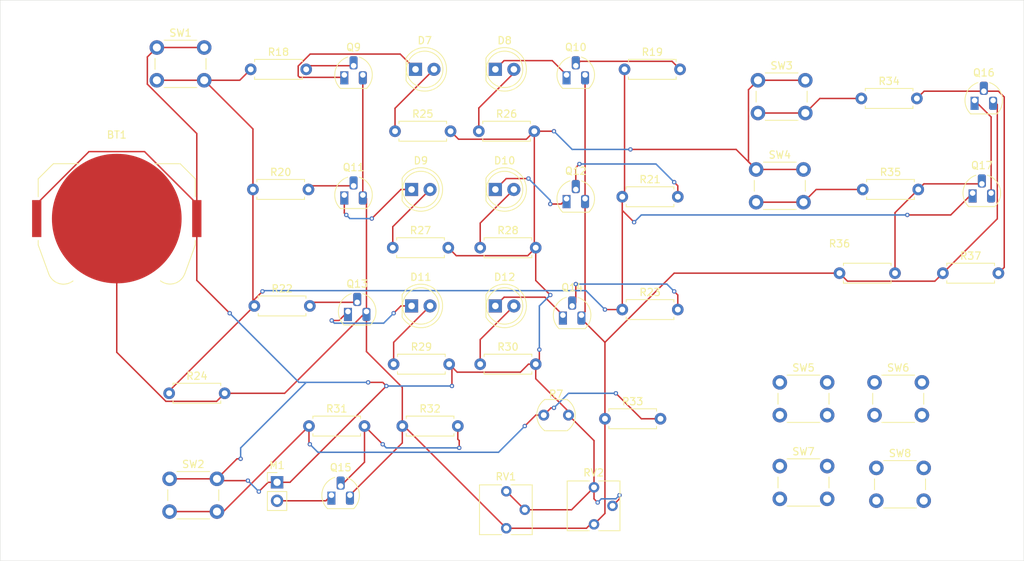
<source format=kicad_pcb>
(kicad_pcb (version 20240108) (generator "pcbnew") (generator_version "8.0")
  (layers (0 "F.Cu" signal) (31 "B.Cu" signal) (34 "B.Paste" user) (35 "F.Paste" user) (36 "B.SilkS" user "B.Silkscreen") (37 "F.SilkS" user "F.Silkscreen") (38 "B.Mask" user) (39 "F.Mask" user) (44 "Edge.Cuts" user))
  (net 0 "")
  (net 1 "Net-(D7-K)")
  (net 2 "Net-(D7-A)")
  (net 3 "Net-(D8-A)")
  (net 4 "Net-(D8-K)")
  (net 5 "Net-(D9-A)")
  (net 6 "Net-(D9-K)")
  (net 7 "Net-(D10-K)")
  (net 8 "Net-(D10-A)")
  (net 9 "Net-(D11-A)")
  (net 10 "Net-(D11-K)")
  (net 11 "Net-(D12-A)")
  (net 12 "Net-(D12-K)")
  (net 13 "Net-(M1--)")
  (net 14 "+5V")
  (net 15 "GND")
  (net 16 "Net-(Q9-B)")
  (net 17 "Net-(Q10-B)")
  (net 18 "Net-(Q11-B)")
  (net 19 "Net-(Q12-B)")
  (net 20 "Net-(Q13-B)")
  (net 21 "Net-(Q14-B)")
  (net 22 "Net-(Q15-B)")
  (net 23 "Net-(Q16-B)")
  (net 24 "Net-(Q16-C)")
  (net 25 "Net-(Q17-C)")
  (net 26 "Net-(Q17-B)")
  (net 27 "Net-(R31-Pad1)")
  (net 28 "Net-(R34-Pad1)")
  (net 29 "Net-(R35-Pad1)")
  (footprint "Button_Switch_THT:SW_PUSH_6mm" (layer "F.Cu") (at 121.5 64)
    (property "Reference" "SW3" (at 3.25 -2 0) (layer "F.SilkS"))
    (property "Value" "SW_Push")
    (pad "1" thru_hole circle (at 0 0 90) (size 2 2) (drill 1.1) (layers "*.Cu" "*.Mask") (net 14 "+5V"))
    (pad "1" thru_hole circle (at 6.5 0 90) (size 2 2) (drill 1.1) (layers "*.Cu" "*.Mask") (net 14 "+5V"))
    (pad "2" thru_hole circle (at 0 4.5 90) (size 2 2) (drill 1.1) (layers "*.Cu" "*.Mask") (net 28 "Net-(R34-Pad1)"))
    (pad "2" thru_hole circle (at 6.5 4.5 90) (size 2 2) (drill 1.1) (layers "*.Cu" "*.Mask") (net 28 "Net-(R34-Pad1)"))
  )
  (footprint "Resistor_THT:R_Axial_DIN0207_L6.3mm_D2.5mm_P7.62mm_Horizontal" (layer "F.Cu") (at 59.88 111.5)
    (property "Reference" "R31" (at 3.81 -2.37 0) (layer "F.SilkS"))
    (property "Value" "R")
    (pad "1" thru_hole circle (at 0 0) (size 1.6 1.6) (drill 0.8) (layers "*.Cu" "*.Mask") (net 27 "Net-(R31-Pad1)"))
    (pad "2" thru_hole oval (at 7.62 0) (size 1.6 1.6) (drill 0.8) (layers "*.Cu" "*.Mask") (net 22 "Net-(Q15-B)"))
  )
  (footprint "Package_TO_SOT_THT:TO-92L_HandSolder" (layer "F.Cu") (at 62.96 121)
    (property "Reference" "Q15" (at 1.27 -3.8 0) (layer "F.SilkS"))
    (property "Value" "NPN")
    (pad "1" thru_hole rect (at 0 0) (size 1.1 1.8) (drill 0.75 (offset 0 0.4)) (layers "*.Cu" "*.Mask") (net 13 "Net-(M1--)"))
    (pad "2" thru_hole roundrect (at 1.27 -1.27) (size 1.1 1.8) (drill 0.75 (offset 0 -0.4)) (layers "*.Cu" "*.Mask") (net 22 "Net-(Q15-B)"))
    (pad "3" thru_hole roundrect (at 2.54 0) (size 1.1 1.8) (drill 0.75 (offset 0 0.4)) (layers "*.Cu" "*.Mask") (net 15 "GND"))
  )
  (footprint "Resistor_THT:R_Axial_DIN0207_L6.3mm_D2.5mm_P7.62mm_Horizontal" (layer "F.Cu") (at 52.19 79)
    (property "Reference" "R20" (at 3.81 -2.37 0) (layer "F.SilkS"))
    (property "Value" "R")
    (pad "1" thru_hole circle (at 0 0) (size 1.6 1.6) (drill 0.8) (layers "*.Cu" "*.Mask") (net 25 "Net-(Q17-C)"))
    (pad "2" thru_hole oval (at 7.62 0) (size 1.6 1.6) (drill 0.8) (layers "*.Cu" "*.Mask") (net 18 "Net-(Q11-B)"))
  )
  (footprint "Resistor_THT:R_Axial_DIN0207_L6.3mm_D2.5mm_P7.62mm_Horizontal" (layer "F.Cu") (at 71.69 71)
    (property "Reference" "R25" (at 3.81 -2.37 0) (layer "F.SilkS"))
    (property "Value" "R")
    (pad "1" thru_hole circle (at 0 0) (size 1.6 1.6) (drill 0.8) (layers "*.Cu" "*.Mask") (net 2 "Net-(D7-A)"))
    (pad "2" thru_hole oval (at 7.62 0) (size 1.6 1.6) (drill 0.8) (layers "*.Cu" "*.Mask") (net 14 "+5V"))
  )
  (footprint "Resistor_THT:R_Axial_DIN0207_L6.3mm_D2.5mm_P7.62mm_Horizontal" (layer "F.Cu") (at 71.38 87)
    (property "Reference" "R27" (at 3.81 -2.37 0) (layer "F.SilkS"))
    (property "Value" "R")
    (pad "1" thru_hole circle (at 0 0) (size 1.6 1.6) (drill 0.8) (layers "*.Cu" "*.Mask") (net 5 "Net-(D9-A)"))
    (pad "2" thru_hole oval (at 7.62 0) (size 1.6 1.6) (drill 0.8) (layers "*.Cu" "*.Mask") (net 14 "+5V"))
  )
  (footprint "Resistor_THT:R_Axial_DIN0207_L6.3mm_D2.5mm_P7.62mm_Horizontal" (layer "F.Cu") (at 102.88 80)
    (property "Reference" "R21" (at 3.81 -2.37 0) (layer "F.SilkS"))
    (property "Value" "R")
    (pad "1" thru_hole circle (at 0 0) (size 1.6 1.6) (drill 0.8) (layers "*.Cu" "*.Mask") (net 25 "Net-(Q17-C)"))
    (pad "2" thru_hole oval (at 7.62 0) (size 1.6 1.6) (drill 0.8) (layers "*.Cu" "*.Mask") (net 19 "Net-(Q12-B)"))
  )
  (footprint "Button_Switch_THT:SW_PUSH_6mm" (layer "F.Cu") (at 121.25 76.25)
    (property "Reference" "SW4" (at 3.25 -2 0) (layer "F.SilkS"))
    (property "Value" "SW_Push")
    (pad "1" thru_hole circle (at 0 0 90) (size 2 2) (drill 1.1) (layers "*.Cu" "*.Mask") (net 14 "+5V"))
    (pad "1" thru_hole circle (at 6.5 0 90) (size 2 2) (drill 1.1) (layers "*.Cu" "*.Mask") (net 14 "+5V"))
    (pad "2" thru_hole circle (at 0 4.5 90) (size 2 2) (drill 1.1) (layers "*.Cu" "*.Mask") (net 29 "Net-(R35-Pad1)"))
    (pad "2" thru_hole circle (at 6.5 4.5 90) (size 2 2) (drill 1.1) (layers "*.Cu" "*.Mask") (net 29 "Net-(R35-Pad1)"))
  )
  (footprint "Resistor_THT:R_Axial_DIN0207_L6.3mm_D2.5mm_P7.62mm_Horizontal" (layer "F.Cu") (at 72.69 111.5)
    (property "Reference" "R32" (at 3.81 -2.37 0) (layer "F.SilkS"))
    (property "Value" "R")
    (pad "1" thru_hole circle (at 0 0) (size 1.6 1.6) (drill 0.8) (layers "*.Cu" "*.Mask") (net 15 "GND"))
    (pad "2" thru_hole oval (at 7.62 0) (size 1.6 1.6) (drill 0.8) (layers "*.Cu" "*.Mask") (net 22 "Net-(Q15-B)"))
  )
  (footprint "LED_THT:LED_D5.0mm" (layer "F.Cu") (at 73.96 95)
    (property "Reference" "D11" (at 1.27 -3.96 0) (layer "F.SilkS"))
    (property "Value" "LED")
    (pad "1" thru_hole rect (at 0 0) (size 1.8 1.8) (drill 0.9) (layers "*.Cu" "*.Mask") (net 10 "Net-(D11-K)"))
    (pad "2" thru_hole circle (at 2.54 0) (size 1.8 1.8) (drill 0.9) (layers "*.Cu" "*.Mask") (net 9 "Net-(D11-A)"))
  )
  (footprint "Resistor_THT:R_Axial_DIN0207_L6.3mm_D2.5mm_P7.62mm_Horizontal" (layer "F.Cu") (at 52.38 95)
    (property "Reference" "R22" (at 3.81 -2.37 0) (layer "F.SilkS"))
    (property "Value" "R")
    (pad "1" thru_hole circle (at 0 0) (size 1.6 1.6) (drill 0.8) (layers "*.Cu" "*.Mask") (net 25 "Net-(Q17-C)"))
    (pad "2" thru_hole oval (at 7.62 0) (size 1.6 1.6) (drill 0.8) (layers "*.Cu" "*.Mask") (net 20 "Net-(Q13-B)"))
  )
  (footprint "Package_TO_SOT_THT:TO-92L_HandSolder" (layer "F.Cu") (at 95.23 80.27)
    (property "Reference" "Q12" (at 1.27 -3.8 0) (layer "F.SilkS"))
    (property "Value" "NPN")
    (pad "1" thru_hole rect (at 0 0) (size 1.1 1.8) (drill 0.75 (offset 0 0.4)) (layers "*.Cu" "*.Mask") (net 7 "Net-(D10-K)"))
    (pad "2" thru_hole roundrect (at 1.27 -1.27) (size 1.1 1.8) (drill 0.75 (offset 0 -0.4)) (layers "*.Cu" "*.Mask") (net 19 "Net-(Q12-B)"))
    (pad "3" thru_hole roundrect (at 2.54 0) (size 1.1 1.8) (drill 0.75 (offset 0 0.4)) (layers "*.Cu" "*.Mask") (net 15 "GND"))
  )
  (footprint "Button_Switch_THT:SW_PUSH_6mm" (layer "F.Cu") (at 124.5 105.5)
    (property "Reference" "SW5" (at 3.25 -2 0) (layer "F.SilkS"))
    (property "Value" "SW_Push")
    (pad "1" thru_hole circle (at 0 0 90) (size 2 2) (drill 1.1) (layers "*.Cu" "*.Mask"))
    (pad "1" thru_hole circle (at 6.5 0 90) (size 2 2) (drill 1.1) (layers "*.Cu" "*.Mask"))
    (pad "2" thru_hole circle (at 0 4.5 90) (size 2 2) (drill 1.1) (layers "*.Cu" "*.Mask"))
    (pad "2" thru_hole circle (at 6.5 4.5 90) (size 2 2) (drill 1.1) (layers "*.Cu" "*.Mask"))
  )
  (footprint "Resistor_THT:R_Axial_DIN0207_L6.3mm_D2.5mm_P7.62mm_Horizontal" (layer "F.Cu") (at 146.88 90.5)
    (property "Reference" "R37" (at 3.81 -2.37 0) (layer "F.SilkS"))
    (property "Value" "R")
    (pad "1" thru_hole circle (at 0 0) (size 1.6 1.6) (drill 0.8) (layers "*.Cu" "*.Mask") (net 15 "GND"))
    (pad "2" thru_hole oval (at 7.62 0) (size 1.6 1.6) (drill 0.8) (layers "*.Cu" "*.Mask") (net 23 "Net-(Q16-B)"))
  )
  (footprint "Package_TO_SOT_THT:TO-92L_HandSolder" (layer "F.Cu") (at 150.96 79.5)
    (property "Reference" "Q17" (at 1.27 -3.8 0) (layer "F.SilkS"))
    (property "Value" "NPN")
    (pad "1" thru_hole rect (at 0 0) (size 1.1 1.8) (drill 0.75 (offset 0 0.4)) (layers "*.Cu" "*.Mask") (net 25 "Net-(Q17-C)"))
    (pad "2" thru_hole roundrect (at 1.27 -1.27) (size 1.1 1.8) (drill 0.75 (offset 0 -0.4)) (layers "*.Cu" "*.Mask") (net 26 "Net-(Q17-B)"))
    (pad "3" thru_hole roundrect (at 2.54 0) (size 1.1 1.8) (drill 0.75 (offset 0 0.4)) (layers "*.Cu" "*.Mask") (net 24 "Net-(Q16-C)"))
  )
  (footprint "Package_TO_SOT_THT:TO-92L_HandSolder" (layer "F.Cu") (at 64.73 63.27)
    (property "Reference" "Q9" (at 1.27 -3.8 0) (layer "F.SilkS"))
    (property "Value" "NPN")
    (pad "1" thru_hole rect (at 0 0) (size 1.1 1.8) (drill 0.75 (offset 0 0.4)) (layers "*.Cu" "*.Mask") (net 1 "Net-(D7-K)"))
    (pad "2" thru_hole roundrect (at 1.27 -1.27) (size 1.1 1.8) (drill 0.75 (offset 0 -0.4)) (layers "*.Cu" "*.Mask") (net 16 "Net-(Q9-B)"))
    (pad "3" thru_hole roundrect (at 2.54 0) (size 1.1 1.8) (drill 0.75 (offset 0 0.4)) (layers "*.Cu" "*.Mask") (net 15 "GND"))
  )
  (footprint "Resistor_THT:R_Axial_DIN0207_L6.3mm_D2.5mm_P7.62mm_Horizontal" (layer "F.Cu") (at 102.88 95.5)
    (property "Reference" "R23" (at 3.81 -2.37 0) (layer "F.SilkS"))
    (property "Value" "R")
    (pad "1" thru_hole circle (at 0 0) (size 1.6 1.6) (drill 0.8) (layers "*.Cu" "*.Mask") (net 25 "Net-(Q17-C)"))
    (pad "2" thru_hole oval (at 7.62 0) (size 1.6 1.6) (drill 0.8) (layers "*.Cu" "*.Mask") (net 21 "Net-(Q14-B)"))
  )
  (footprint "Resistor_THT:R_Axial_DIN0207_L6.3mm_D2.5mm_P7.62mm_Horizontal" (layer "F.Cu") (at 83.38 87)
    (property "Reference" "R28" (at 3.81 -2.37 0) (layer "F.SilkS"))
    (property "Value" "R")
    (pad "1" thru_hole circle (at 0 0) (size 1.6 1.6) (drill 0.8) (layers "*.Cu" "*.Mask") (net 8 "Net-(D10-A)"))
    (pad "2" thru_hole oval (at 7.62 0) (size 1.6 1.6) (drill 0.8) (layers "*.Cu" "*.Mask") (net 14 "+5V"))
  )
  (footprint "Connector_PinHeader_2.54mm:PinHeader_1x02_P2.54mm_Vertical" (layer "F.Cu") (at 55.5 119.225)
    (property "Reference" "M1" (at 0 -2.33 0) (layer "F.SilkS"))
    (property "Value" "Motor_DC")
    (pad "1" thru_hole rect (at 0 0) (size 1.7 1.7) (drill 1) (layers "*.Cu" "*.Mask") (net 14 "+5V"))
    (pad "2" thru_hole oval (at 0 2.54) (size 1.7 1.7) (drill 1) (layers "*.Cu" "*.Mask") (net 13 "Net-(M1--)"))
  )
  (footprint "Battery:BatteryHolder_Keystone_3034_1x20mm" (layer "F.Cu") (at 33.5 83)
    (property "Reference" "BT1" (at 0 -11.5 0) (layer "F.SilkS"))
    (property "Value" "Battery_Cell")
    (pad "1" smd rect (at -10.985 0) (size 1.27 5.08) (layers "F.Cu" "F.Paste" "F.Mask") (net 14 "+5V"))
    (pad "1" smd rect (at 10.985 0) (size 1.27 5.08) (layers "F.Cu" "F.Paste" "F.Mask") (net 14 "+5V"))
    (pad "2" smd circle (at 0 0) (size 17.8 17.8) (layers "F.Cu" "F.Mask") (net 15 "GND"))
  )
  (footprint "Package_TO_SOT_THT:TO-92L_HandSolder" (layer "F.Cu") (at 64.73 79.77)
    (property "Reference" "Q11" (at 1.27 -3.8 0) (layer "F.SilkS"))
    (property "Value" "NPN")
    (pad "1" thru_hole rect (at 0 0) (size 1.1 1.8) (drill 0.75 (offset 0 0.4)) (layers "*.Cu" "*.Mask") (net 6 "Net-(D9-K)"))
    (pad "2" thru_hole roundrect (at 1.27 -1.27) (size 1.1 1.8) (drill 0.75 (offset 0 -0.4)) (layers "*.Cu" "*.Mask") (net 18 "Net-(Q11-B)"))
    (pad "3" thru_hole roundrect (at 2.54 0) (size 1.1 1.8) (drill 0.75 (offset 0 0.4)) (layers "*.Cu" "*.Mask") (net 15 "GND"))
  )
  (footprint "Button_Switch_THT:SW_PUSH_6mm" (layer "F.Cu") (at 40.75 118.75)
    (property "Reference" "SW2" (at 3.25 -2 0) (layer "F.SilkS"))
    (property "Value" "SW_Push")
    (pad "1" thru_hole circle (at 0 0 90) (size 2 2) (drill 1.1) (layers "*.Cu" "*.Mask") (net 14 "+5V"))
    (pad "1" thru_hole circle (at 6.5 0 90) (size 2 2) (drill 1.1) (layers "*.Cu" "*.Mask") (net 14 "+5V"))
    (pad "2" thru_hole circle (at 0 4.5 90) (size 2 2) (drill 1.1) (layers "*.Cu" "*.Mask") (net 27 "Net-(R31-Pad1)"))
    (pad "2" thru_hole circle (at 6.5 4.5 90) (size 2 2) (drill 1.1) (layers "*.Cu" "*.Mask") (net 27 "Net-(R31-Pad1)"))
  )
  (footprint "Resistor_THT:R_Axial_DIN0207_L6.3mm_D2.5mm_P7.62mm_Horizontal" (layer "F.Cu") (at 71.5 103)
    (property "Reference" "R29" (at 3.81 -2.37 0) (layer "F.SilkS"))
    (property "Value" "R")
    (pad "1" thru_hole circle (at 0 0) (size 1.6 1.6) (drill 0.8) (layers "*.Cu" "*.Mask") (net 9 "Net-(D11-A)"))
    (pad "2" thru_hole oval (at 7.62 0) (size 1.6 1.6) (drill 0.8) (layers "*.Cu" "*.Mask") (net 14 "+5V"))
  )
  (footprint "Resistor_THT:R_Axial_DIN0207_L6.3mm_D2.5mm_P7.62mm_Horizontal" (layer "F.Cu") (at 103.19 62.5)
    (property "Reference" "R19" (at 3.81 -2.37 0) (layer "F.SilkS"))
    (property "Value" "R")
    (pad "1" thru_hole circle (at 0 0) (size 1.6 1.6) (drill 0.8) (layers "*.Cu" "*.Mask") (net 25 "Net-(Q17-C)"))
    (pad "2" thru_hole oval (at 7.62 0) (size 1.6 1.6) (drill 0.8) (layers "*.Cu" "*.Mask") (net 17 "Net-(Q10-B)"))
  )
  (footprint "Button_Switch_THT:SW_PUSH_6mm" (layer "F.Cu") (at 137.75 117.25)
    (property "Reference" "SW8" (at 3.25 -2 0) (layer "F.SilkS"))
    (property "Value" "SW_Push")
    (pad "1" thru_hole circle (at 0 0 90) (size 2 2) (drill 1.1) (layers "*.Cu" "*.Mask"))
    (pad "1" thru_hole circle (at 6.5 0 90) (size 2 2) (drill 1.1) (layers "*.Cu" "*.Mask"))
    (pad "2" thru_hole circle (at 0 4.5 90) (size 2 2) (drill 1.1) (layers "*.Cu" "*.Mask"))
    (pad "2" thru_hole circle (at 6.5 4.5 90) (size 2 2) (drill 1.1) (layers "*.Cu" "*.Mask"))
  )
  (footprint "Resistor_THT:R_Axial_DIN0207_L6.3mm_D2.5mm_P7.62mm_Horizontal" (layer "F.Cu") (at 51.88 62.5)
    (property "Reference" "R18" (at 3.81 -2.37 0) (layer "F.SilkS"))
    (property "Value" "R")
    (pad "1" thru_hole circle (at 0 0) (size 1.6 1.6) (drill 0.8) (layers "*.Cu" "*.Mask") (net 25 "Net-(Q17-C)"))
    (pad "2" thru_hole oval (at 7.62 0) (size 1.6 1.6) (drill 0.8) (layers "*.Cu" "*.Mask") (net 16 "Net-(Q9-B)"))
  )
  (footprint "Potentiometer_THT:Potentiometer_Vishay_T73YP_Vertical" (layer "F.Cu") (at 99 125)
    (property "Reference" "RV2" (at -0.06 -7.09 0) (layer "F.SilkS"))
    (property "Value" "R_Potentiometer")
    (pad "1" thru_hole circle (at 0 0) (size 1.44 1.44) (drill 0.8) (layers "*.Cu" "*.Mask") (net 15 "GND"))
    (pad "2" thru_hole circle (at 2.54 -2.54) (size 1.44 1.44) (drill 0.8) (layers "*.Cu" "*.Mask") (net 14 "+5V"))
    (pad "3" thru_hole circle (at 0 -5.08) (size 1.44 1.44) (drill 0.8) (layers "*.Cu" "*.Mask") (net 14 "+5V"))
  )
  (footprint "Resistor_THT:R_Axial_DIN0207_L6.3mm_D2.5mm_P7.62mm_Horizontal" (layer "F.Cu") (at 100.5 110.5)
    (property "Reference" "R33" (at 3.81 -2.37 0) (layer "F.SilkS"))
    (property "Value" "R")
    (pad "1" thru_hole circle (at 0 0) (size 1.6 1.6) (drill 0.8) (layers "*.Cu" "*.Mask") (net 15 "GND"))
    (pad "2" thru_hole oval (at 7.62 0) (size 1.6 1.6) (drill 0.8) (layers "*.Cu" "*.Mask") (net 27 "Net-(R31-Pad1)"))
  )
  (footprint "LED_THT:LED_D5.0mm" (layer "F.Cu") (at 85.46 79)
    (property "Reference" "D10" (at 1.27 -3.96 0) (layer "F.SilkS"))
    (property "Value" "LED")
    (pad "1" thru_hole rect (at 0 0) (size 1.8 1.8) (drill 0.9) (layers "*.Cu" "*.Mask") (net 7 "Net-(D10-K)"))
    (pad "2" thru_hole circle (at 2.54 0) (size 1.8 1.8) (drill 0.9) (layers "*.Cu" "*.Mask") (net 8 "Net-(D10-A)"))
  )
  (footprint "Package_TO_SOT_THT:TO-92L_HandSolder" (layer "F.Cu") (at 151.23 66.77)
    (property "Reference" "Q16" (at 1.27 -3.8 0) (layer "F.SilkS"))
    (property "Value" "NPN")
    (pad "1" thru_hole rect (at 0 0) (size 1.1 1.8) (drill 0.75 (offset 0 0.4)) (layers "*.Cu" "*.Mask") (net 24 "Net-(Q16-C)"))
    (pad "2" thru_hole roundrect (at 1.27 -1.27) (size 1.1 1.8) (drill 0.75 (offset 0 -0.4)) (layers "*.Cu" "*.Mask") (net 23 "Net-(Q16-B)"))
    (pad "3" thru_hole roundrect (at 2.54 0) (size 1.1 1.8) (drill 0.75 (offset 0 0.4)) (layers "*.Cu" "*.Mask") (net 15 "GND"))
  )
  (footprint "LED_THT:LED_D5.0mm" (layer "F.Cu") (at 73.96 79)
    (property "Reference" "D9" (at 1.27 -3.96 0) (layer "F.SilkS"))
    (property "Value" "LED")
    (pad "1" thru_hole rect (at 0 0) (size 1.8 1.8) (drill 0.9) (layers "*.Cu" "*.Mask") (net 6 "Net-(D9-K)"))
    (pad "2" thru_hole circle (at 2.54 0) (size 1.8 1.8) (drill 0.9) (layers "*.Cu" "*.Mask") (net 5 "Net-(D9-A)"))
  )
  (footprint "Resistor_THT:R_Axial_DIN0207_L6.3mm_D2.5mm_P7.62mm_Horizontal" (layer "F.Cu") (at 132.69 90.5)
    (property "Reference" "R36" (at 0 -4.05 0) (layer "F.SilkS"))
    (property "Value" "R")
    (pad "1" thru_hole circle (at 0 0) (size 1.6 1.6) (drill 0.8) (layers "*.Cu" "*.Mask") (net 15 "GND"))
    (pad "2" thru_hole oval (at 7.62 0) (size 1.6 1.6) (drill 0.8) (layers "*.Cu" "*.Mask") (net 26 "Net-(Q17-B)"))
  )
  (footprint "Package_TO_SOT_THT:TO-92L_HandSolder" (layer "F.Cu") (at 94.73 96.27)
    (property "Reference" "Q14" (at 1.27 -3.8 0) (layer "F.SilkS"))
    (property "Value" "NPN")
    (pad "1" thru_hole rect (at 0 0) (size 1.1 1.8) (drill 0.75 (offset 0 0.4)) (layers "*.Cu" "*.Mask") (net 12 "Net-(D12-K)"))
    (pad "2" thru_hole roundrect (at 1.27 -1.27) (size 1.1 1.8) (drill 0.75 (offset 0 -0.4)) (layers "*.Cu" "*.Mask") (net 21 "Net-(Q14-B)"))
    (pad "3" thru_hole roundrect (at 2.54 0) (size 1.1 1.8) (drill 0.75 (offset 0 0.4)) (layers "*.Cu" "*.Mask") (net 15 "GND"))
  )
  (footprint "Button_Switch_THT:SW_PUSH_6mm" (layer "F.Cu") (at 39 59.5)
    (property "Reference" "SW1" (at 3.25 -2 0) (layer "F.SilkS"))
    (property "Value" "SW_Push")
    (pad "1" thru_hole circle (at 0 0 90) (size 2 2) (drill 1.1) (layers "*.Cu" "*.Mask") (net 14 "+5V"))
    (pad "1" thru_hole circle (at 6.5 0 90) (size 2 2) (drill 1.1) (layers "*.Cu" "*.Mask") (net 14 "+5V"))
    (pad "2" thru_hole circle (at 0 4.5 90) (size 2 2) (drill 1.1) (layers "*.Cu" "*.Mask") (net 25 "Net-(Q17-C)"))
    (pad "2" thru_hole circle (at 6.5 4.5 90) (size 2 2) (drill 1.1) (layers "*.Cu" "*.Mask") (net 25 "Net-(Q17-C)"))
  )
  (footprint "Resistor_THT:R_Axial_DIN0207_L6.3mm_D2.5mm_P7.62mm_Horizontal" (layer "F.Cu") (at 40.69 107)
    (property "Reference" "R24" (at 3.81 -2.37 0) (layer "F.SilkS"))
    (property "Value" "R")
    (pad "1" thru_hole circle (at 0 0) (size 1.6 1.6) (drill 0.8) (layers "*.Cu" "*.Mask") (net 25 "Net-(Q17-C)"))
    (pad "2" thru_hole oval (at 7.62 0) (size 1.6 1.6) (drill 0.8) (layers "*.Cu" "*.Mask") (net 15 "GND"))
  )
  (footprint "OptoDevice:R_LDR_5.1x4.3mm_P3.4mm_Vertical" (layer "F.Cu") (at 92.1 110)
    (property "Reference" "R7" (at 1.7 -2.9 0) (layer "F.SilkS"))
    (property "Value" "R_Photo")
    (pad "1" thru_hole circle (at 0 0) (size 1.5 1.5) (drill 0.8) (layers "*.Cu" "*.Mask") (net 27 "Net-(R31-Pad1)"))
    (pad "2" thru_hole circle (at 3.4 0) (size 1.5 1.5) (drill 0.8) (layers "*.Cu" "*.Mask") (net 14 "+5V"))
  )
  (footprint "Button_Switch_THT:SW_PUSH_6mm" (layer "F.Cu") (at 124.5 117)
    (property "Reference" "SW7" (at 3.25 -2 0) (layer "F.SilkS"))
    (property "Value" "SW_Push")
    (pad "1" thru_hole circle (at 0 0 90) (size 2 2) (drill 1.1) (layers "*.Cu" "*.Mask"))
    (pad "1" thru_hole circle (at 6.5 0 90) (size 2 2) (drill 1.1) (layers "*.Cu" "*.Mask"))
    (pad "2" thru_hole circle (at 0 4.5 90) (size 2 2) (drill 1.1) (layers "*.Cu" "*.Mask"))
    (pad "2" thru_hole circle (at 6.5 4.5 90) (size 2 2) (drill 1.1) (layers "*.Cu" "*.Mask"))
  )
  (footprint "LED_THT:LED_D5.0mm" (layer "F.Cu") (at 74.5 62.5)
    (property "Reference" "D7" (at 1.27 -3.96 0) (layer "F.SilkS"))
    (property "Value" "LED")
    (pad "1" thru_hole rect (at 0 0) (size 1.8 1.8) (drill 0.9) (layers "*.Cu" "*.Mask") (net 1 "Net-(D7-K)"))
    (pad "2" thru_hole circle (at 2.54 0) (size 1.8 1.8) (drill 0.9) (layers "*.Cu" "*.Mask") (net 2 "Net-(D7-A)"))
  )
  (footprint "Package_TO_SOT_THT:TO-92L_HandSolder" (layer "F.Cu") (at 95.23 63.27)
    (property "Reference" "Q10" (at 1.27 -3.8 0) (layer "F.SilkS"))
    (property "Value" "NPN")
    (pad "1" thru_hole rect (at 0 0) (size 1.1 1.8) (drill 0.75 (offset 0 0.4)) (layers "*.Cu" "*.Mask") (net 4 "Net-(D8-K)"))
    (pad "2" thru_hole roundrect (at 1.27 -1.27) (size 1.1 1.8) (drill 0.75 (offset 0 -0.4)) (layers "*.Cu" "*.Mask") (net 17 "Net-(Q10-B)"))
    (pad "3" thru_hole roundrect (at 2.54 0) (size 1.1 1.8) (drill 0.75 (offset 0 0.4)) (layers "*.Cu" "*.Mask") (net 15 "GND"))
  )
  (footprint "Package_TO_SOT_THT:TO-92L_HandSolder" (layer "F.Cu") (at 65.23 95.77)
    (property "Reference" "Q13" (at 1.27 -3.8 0) (layer "F.SilkS"))
    (property "Value" "NPN")
    (pad "1" thru_hole rect (at 0 0) (size 1.1 1.8) (drill 0.75 (offset 0 0.4)) (layers "*.Cu" "*.Mask") (net 10 "Net-(D11-K)"))
    (pad "2" thru_hole roundrect (at 1.27 -1.27) (size 1.1 1.8) (drill 0.75 (offset 0 -0.4)) (layers "*.Cu" "*.Mask") (net 20 "Net-(Q13-B)"))
    (pad "3" thru_hole roundrect (at 2.54 0) (size 1.1 1.8) (drill 0.75 (offset 0 0.4)) (layers "*.Cu" "*.Mask") (net 15 "GND"))
  )
  (footprint "Resistor_THT:R_Axial_DIN0207_L6.3mm_D2.5mm_P7.62mm_Horizontal" (layer "F.Cu") (at 135.69 66.5)
    (property "Reference" "R34" (at 3.81 -2.37 0) (layer "F.SilkS"))
    (property "Value" "R")
    (pad "1" thru_hole circle (at 0 0) (size 1.6 1.6) (drill 0.8) (layers "*.Cu" "*.Mask") (net 28 "Net-(R34-Pad1)"))
    (pad "2" thru_hole oval (at 7.62 0) (size 1.6 1.6) (drill 0.8) (layers "*.Cu" "*.Mask") (net 23 "Net-(Q16-B)"))
  )
  (footprint "LED_THT:LED_D5.0mm" (layer "F.Cu") (at 85.46 95)
    (property "Reference" "D12" (at 1.27 -3.96 0) (layer "F.SilkS"))
    (property "Value" "LED")
    (pad "1" thru_hole rect (at 0 0) (size 1.8 1.8) (drill 0.9) (layers "*.Cu" "*.Mask") (net 12 "Net-(D12-K)"))
    (pad "2" thru_hole circle (at 2.54 0) (size 1.8 1.8) (drill 0.9) (layers "*.Cu" "*.Mask") (net 11 "Net-(D12-A)"))
  )
  (footprint "Potentiometer_THT:Potentiometer_Vishay_T73YP_Vertical" (layer "F.Cu") (at 86.96 125.54)
    (property "Reference" "RV1" (at -0.06 -7.09 0) (layer "F.SilkS"))
    (property "Value" "R_Potentiometer")
    (pad "1" thru_hole circle (at 0 0) (size 1.44 1.44) (drill 0.8) (layers "*.Cu" "*.Mask") (net 15 "GND"))
    (pad "2" thru_hole circle (at 2.54 -2.54) (size 1.44 1.44) (drill 0.8) (layers "*.Cu" "*.Mask") (net 14 "+5V"))
    (pad "3" thru_hole circle (at 0 -5.08) (size 1.44 1.44) (drill 0.8) (layers "*.Cu" "*.Mask") (net 14 "+5V"))
  )
  (footprint "Resistor_THT:R_Axial_DIN0207_L6.3mm_D2.5mm_P7.62mm_Horizontal" (layer "F.Cu") (at 83.38 103)
    (property "Reference" "R30" (at 3.81 -2.37 0) (layer "F.SilkS"))
    (property "Value" "R")
    (pad "1" thru_hole circle (at 0 0) (size 1.6 1.6) (drill 0.8) (layers "*.Cu" "*.Mask") (net 11 "Net-(D12-A)"))
    (pad "2" thru_hole oval (at 7.62 0) (size 1.6 1.6) (drill 0.8) (layers "*.Cu" "*.Mask") (net 14 "+5V"))
  )
  (footprint "Resistor_THT:R_Axial_DIN0207_L6.3mm_D2.5mm_P7.62mm_Horizontal" (layer "F.Cu") (at 135.88 79)
    (property "Reference" "R35" (at 3.81 -2.37 0) (layer "F.SilkS"))
    (property "Value" "R")
    (pad "1" thru_hole circle (at 0 0) (size 1.6 1.6) (drill 0.8) (layers "*.Cu" "*.Mask") (net 29 "Net-(R35-Pad1)"))
    (pad "2" thru_hole oval (at 7.62 0) (size 1.6 1.6) (drill 0.8) (layers "*.Cu" "*.Mask") (net 26 "Net-(Q17-B)"))
  )
  (footprint "Resistor_THT:R_Axial_DIN0207_L6.3mm_D2.5mm_P7.62mm_Horizontal" (layer "F.Cu") (at 83.19 71)
    (property "Reference" "R26" (at 3.81 -2.37 0) (layer "F.SilkS"))
    (property "Value" "R")
    (pad "1" thru_hole circle (at 0 0) (size 1.6 1.6) (drill 0.8) (layers "*.Cu" "*.Mask") (net 3 "Net-(D8-A)"))
    (pad "2" thru_hole oval (at 7.62 0) (size 1.6 1.6) (drill 0.8) (layers "*.Cu" "*.Mask") (net 14 "+5V"))
  )
  (footprint "Button_Switch_THT:SW_PUSH_6mm" (layer "F.Cu") (at 137.5 105.5)
    (property "Reference" "SW6" (at 3.25 -2 0) (layer "F.SilkS"))
    (property "Value" "SW_Push")
    (pad "1" thru_hole circle (at 0 0 90) (size 2 2) (drill 1.1) (layers "*.Cu" "*.Mask"))
    (pad "1" thru_hole circle (at 6.5 0 90) (size 2 2) (drill 1.1) (layers "*.Cu" "*.Mask"))
    (pad "2" thru_hole circle (at 0 4.5 90) (size 2 2) (drill 1.1) (layers "*.Cu" "*.Mask"))
    (pad "2" thru_hole circle (at 6.5 4.5 90) (size 2 2) (drill 1.1) (layers "*.Cu" "*.Mask"))
  )
  (footprint "LED_THT:LED_D5.0mm" (layer "F.Cu") (at 85.46 62.5)
    (property "Reference" "D8" (at 1.27 -3.96 0) (layer "F.SilkS"))
    (property "Value" "LED")
    (pad "1" thru_hole rect (at 0 0) (size 1.8 1.8) (drill 0.9) (layers "*.Cu" "*.Mask") (net 4 "Net-(D8-K)"))
    (pad "2" thru_hole circle (at 2.54 0) (size 1.8 1.8) (drill 0.9) (layers "*.Cu" "*.Mask") (net 3 "Net-(D8-A)"))
  )
  (gr_rect (start 17.5 53) (end 158 130) (stroke (width 0.05)) (fill none) (layer "Edge.Cuts"))
  (segment (start 74.5 62.5) (end 72.4 60.4) (width 0.2) (layer "F.Cu") (net 1))
  (segment (start 64.4 63.6) (end 64.73 63.27) (width 0.2) (layer "F.Cu") (net 1))
  (segment (start 60.044365 60.4) (end 58.4 62.044365) (width 0.2) (layer "F.Cu") (net 1))
  (segment (start 58.4 63.4) (end 58.6 63.6) (width 0.2) (layer "F.Cu") (net 1))
  (segment (start 58.6 63.6) (end 64.4 63.6) (width 0.2) (layer "F.Cu") (net 1))
  (segment (start 58.4 62.044365) (end 58.4 63.4) (width 0.2) (layer "F.Cu") (net 1))
  (segment (start 72.4 60.4) (end 60.044365 60.4) (width 0.2) (layer "F.Cu") (net 1))
  (segment (start 71.69 67.85) (end 77.04 62.5) (width 0.2) (layer "F.Cu") (net 2))
  (segment (start 71.69 71) (end 71.69 67.85) (width 0.2) (layer "F.Cu") (net 2))
  (segment (start 88 63) (end 83.19 67.81) (width 0.2) (layer "F.Cu") (net 3))
  (segment (start 88 62.5) (end 88 63) (width 0.2) (layer "F.Cu") (net 3))
  (segment (start 83.19 67.81) (end 83.19 71) (width 0.2) (layer "F.Cu") (net 3))
  (segment (start 86.66 61.3) (end 93.26 61.3) (width 0.2) (layer "F.Cu") (net 4))
  (segment (start 93.26 61.3) (end 95.23 63.27) (width 0.2) (layer "F.Cu") (net 4))
  (segment (start 85.46 62.5) (end 86.66 61.3) (width 0.2) (layer "F.Cu") (net 4))
  (segment (start 71.38 84.12) (end 76.5 79) (width 0.2) (layer "F.Cu") (net 5))
  (segment (start 71.38 87) (end 71.38 84.12) (width 0.2) (layer "F.Cu") (net 5))
  (segment (start 65 82.5) (end 64.73 82.23) (width 0.2) (layer "F.Cu") (net 6))
  (segment (start 64.73 82.23) (end 64.73 79.77) (width 0.2) (layer "F.Cu") (net 6))
  (segment (start 73.96 79) (end 72.5 79) (width 0.2) (layer "F.Cu") (net 6))
  (segment (start 72.5 79) (end 68.5 83) (width 0.2) (layer "F.Cu") (net 6))
  (via (at 65 82.5) (size 0.6) (drill 0.3) (layers "F.Cu" "B.Cu") (net 6))
  (via (at 68.5 83) (size 0.6) (drill 0.3) (layers "F.Cu" "B.Cu") (net 6))
  (segment (start 65.5 83) (end 65 82.5) (width 0.2) (layer "B.Cu") (net 6))
  (segment (start 68.5 83) (end 65.5 83) (width 0.2) (layer "B.Cu") (net 6))
  (segment (start 86.96 77.5) (end 90 77.5) (width 0.2) (layer "F.Cu") (net 7))
  (segment (start 94.5 81) (end 95.23 80.27) (width 0.2) (layer "F.Cu") (net 7))
  (segment (start 93 81) (end 94.5 81) (width 0.2) (layer "F.Cu") (net 7))
  (segment (start 85.46 79) (end 86.96 77.5) (width 0.2) (layer "F.Cu") (net 7))
  (via (at 90 77.5) (size 0.6) (drill 0.3) (layers "F.Cu" "B.Cu") (net 7))
  (via (at 93 81) (size 0.6) (drill 0.3) (layers "F.Cu" "B.Cu") (net 7))
  (segment (start 93 80.5) (end 93 81) (width 0.2) (layer "B.Cu") (net 7))
  (segment (start 90 77.5) (end 93 80.5) (width 0.2) (layer "B.Cu") (net 7))
  (segment (start 83.38 87) (end 83.38 83.62) (width 0.2) (layer "F.Cu") (net 8))
  (segment (start 83.38 83.62) (end 88 79) (width 0.2) (layer "F.Cu") (net 8))
  (segment (start 71.5 100) (end 76.5 95) (width 0.2) (layer "F.Cu") (net 9))
  (segment (start 71.5 103) (end 71.5 100) (width 0.2) (layer "F.Cu") (net 9))
  (segment (start 72.5 95) (end 73.96 95) (width 0.2) (layer "F.Cu") (net 10))
  (segment (start 71.5 96) (end 72.5 95) (width 0.2) (layer "F.Cu") (net 10))
  (segment (start 65.23 95.77) (end 64 97) (width 0.2) (layer "F.Cu") (net 10))
  (segment (start 64 97) (end 63 97) (width 0.2) (layer "F.Cu") (net 10))
  (via (at 63 97) (size 0.6) (drill 0.3) (layers "F.Cu" "B.Cu") (net 10))
  (via (at 71.5 96) (size 0.6) (drill 0.3) (layers "F.Cu" "B.Cu") (net 10))
  (segment (start 63.37 97.37) (end 70.13 97.37) (width 0.2) (layer "B.Cu") (net 10))
  (segment (start 70.13 97.37) (end 71.5 96) (width 0.2) (layer "B.Cu") (net 10))
  (segment (start 63 97) (end 63.37 97.37) (width 0.2) (layer "B.Cu") (net 10))
  (segment (start 83.38 103) (end 83.38 99.62) (width 0.2) (layer "F.Cu") (net 11))
  (segment (start 83.38 99.62) (end 88 95) (width 0.2) (layer "F.Cu") (net 11))
  (segment (start 86.66 93.8) (end 92.26 93.8) (width 0.2) (layer "F.Cu") (net 12))
  (segment (start 92.26 93.8) (end 94.73 96.27) (width 0.2) (layer "F.Cu") (net 12))
  (segment (start 85.46 95) (end 86.66 93.8) (width 0.2) (layer "F.Cu") (net 12))
  (segment (start 62.195 121.765) (end 62.96 121) (width 0.2) (layer "F.Cu") (net 13))
  (segment (start 55.5 121.765) (end 62.195 121.765) (width 0.2) (layer "F.Cu") (net 13))
  (segment (start 91 87) (end 91 91.5) (width 0.2) (layer "F.Cu") (net 14))
  (segment (start 99 119.92) (end 99 113.5) (width 0.2) (layer "F.Cu") (net 14))
  (segment (start 47.25 118.75) (end 47.75 118.75) (width 0.2) (layer "F.Cu") (net 14))
  (segment (start 118.5 73.5) (end 104 73.5) (width 0.2) (layer "F.Cu") (net 14))
  (segment (start 37.310765 73.8) (end 29.689235 73.8) (width 0.2) (layer "F.Cu") (net 14))
  (segment (start 55.5 119.225) (end 57.275 119.225) (width 0.2) (layer "F.Cu") (net 14))
  (segment (start 91 105) (end 91 103) (width 0.2) (layer "F.Cu") (net 14))
  (segment (start 40.75 118.75) (end 47.25 118.75) (width 0.2) (layer "F.Cu") (net 14))
  (segment (start 47.75 118.75) (end 48 119) (width 0.2) (layer "F.Cu") (net 14))
  (segment (start 80.41 72.1) (end 79.31 71) (width 0.2) (layer "F.Cu") (net 14))
  (segment (start 102.5 121) (end 102.5 121.5) (width 0.2) (layer "F.Cu") (net 14))
  (segment (start 37.7 60.8) (end 39 59.5) (width 0.2) (layer "F.Cu") (net 14))
  (segment (start 79 87) (end 80.1 88.1) (width 0.2) (layer "F.Cu") (net 14))
  (segment (start 121.5 64) (end 128 64) (width 0.2) (layer "F.Cu") (net 14))
  (segment (start 89.71 72.1) (end 80.41 72.1) (width 0.2) (layer "F.Cu") (net 14))
  (segment (start 89.5 123) (end 95.92 123) (width 0.2) (layer "F.Cu") (net 14))
  (segment (start 44.485 83) (end 44.485 80.974235) (width 0.2) (layer "F.Cu") (net 14))
  (segment (start 57.275 119.225) (end 70.5 106) (width 0.2) (layer "F.Cu") (net 14))
  (segment (start 50.5 116) (end 50 116) (width 0.2) (layer "F.Cu") (net 14))
  (segment (start 39 59.5) (end 45.5 59.5) (width 0.2) (layer "F.Cu") (net 14))
  (segment (start 44.485 91.485) (end 49 96) (width 0.2) (layer "F.Cu") (net 14))
  (segment (start 53 120.5) (end 54.275 119.225) (width 0.2) (layer "F.Cu") (net 14))
  (segment (start 95.5 110) (end 95.5 109.5) (width 0.2) (layer "F.Cu") (net 14))
  (segment (start 99 121.5) (end 99.5 122) (width 0.2) (layer "F.Cu") (net 14))
  (segment (start 121.25 76.25) (end 118.5 73.5) (width 0.2) (layer "F.Cu") (net 14))
  (segment (start 99 119.92) (end 99 121.5) (width 0.2) (layer "F.Cu") (net 14))
  (segment (start 127.75 76.25) (end 121.25 76.25) (width 0.2) (layer "F.Cu") (net 14))
  (segment (start 120.2 75.2) (end 120.2 65.3) (width 0.2) (layer "F.Cu") (net 14))
  (segment (start 91 103) (end 90 103) (width 0.2) (layer "F.Cu") (net 14))
  (segment (start 91 91.5) (end 93 93.5) (width 0.2) (layer "F.Cu") (net 14))
  (segment (start 99 113.5) (end 95.5 110) (width 0.2) (layer "F.Cu") (net 14))
  (segment (start 102.5 121.5) (end 101.54 122.46) (width 0.2) (layer "F.Cu") (net 14))
  (segment (start 90.81 71) (end 90.81 86.81) (width 0.2) (layer "F.Cu") (net 14))
  (segment (start 93.5 71) (end 90.81 71) (width 0.2) (layer "F.Cu") (net 14))
  (segment (start 50 116) (end 47.25 118.75) (width 0.2) (layer "F.Cu") (net 14))
  (segment (start 37.7 64.538478) (end 37.7 60.8) (width 0.2) (layer "F.Cu") (net 14))
  (segment (start 44.485 83) (end 44.485 91.485) (width 0.2) (layer "F.Cu") (net 14))
  (segment (start 121.25 76.25) (end 120.2 75.2) (width 0.2) (layer "F.Cu") (net 14))
  (segment (start 44.485 71.323478) (end 37.7 64.538478) (width 0.2) (layer "F.Cu") (net 14))
  (segment (start 79.5 103.38) (end 79.12 103) (width 0.2) (layer "F.Cu") (net 14))
  (segment (start 88.9 104.1) (end 80.22 104.1) (width 0.2) (layer "F.Cu") (net 14))
  (segment (start 90 103) (end 88.9 104.1) (width 0.2) (layer "F.Cu") (net 14))
  (segment (start 120.2 65.3) (end 121.5 64) (width 0.2) (layer "F.Cu") (net 14))
  (segment (start 79.5 106) (end 79.5 103.38) (width 0.2) (layer "F.Cu") (net 14))
  (segment (start 80.22 104.1) (end 79.12 103) (width 0.2) (layer "F.Cu") (net 14))
  (segment (start 95.92 123) (end 99 119.92) (width 0.2) (layer "F.Cu") (net 14))
  (segment (start 91.5 102.5) (end 91 103) (width 0.2) (layer "F.Cu") (net 14))
  (segment (start 48 119) (end 51.5 119) (width 0.2) (layer "F.Cu") (net 14))
  (segment (start 29.689235 73.8) (end 22.515 80.974235) (width 0.2) (layer "F.Cu") (net 14))
  (segment (start 89.9 88.1) (end 91 87) (width 0.2) (layer "F.Cu") (net 14))
  (segment (start 70 105.5) (end 70.5 106) (width 0.2) (layer "F.Cu") (net 14))
  (segment (start 95.5 109.5) (end 91 105) (width 0.2) (layer "F.Cu") (net 14))
  (segment (start 90.81 71) (end 89.71 72.1) (width 0.2) (layer "F.Cu") (net 14))
  (segment (start 54.275 119.225) (end 55.5 119.225) (width 0.2) (layer "F.Cu") (net 14))
  (segment (start 44.485 80.974235) (end 37.310765 73.8) (width 0.2) (layer "F.Cu") (net 14))
  (segment (start 91.5 101) (end 91.5 102.5) (width 0.2) (layer "F.Cu") (net 14))
  (segment (start 68 105.5) (end 70 105.5) (width 0.2) (layer "F.Cu") (net 14))
  (segment (start 44.485 83) (end 44.485 71.323478) (width 0.2) (layer "F.Cu") (net 14))
  (segment (start 90.81 86.81) (end 91 87) (width 0.2) (layer "F.Cu") (net 14))
  (segment (start 86.96 120.46) (end 89.5 123) (width 0.2) (layer "F.Cu") (net 14))
  (segment (start 80.1 88.1) (end 89.9 88.1) (width 0.2) (layer "F.Cu") (net 14))
  (segment (start 22.515 80.974235) (end 22.515 83) (width 0.2) (layer "F.Cu") (net 14))
  (via (at 53 120.5) (size 0.6) (drill 0.3) (layers "F.Cu" "B.Cu") (net 14))
  (via (at 102.5 121) (size 0.6) (drill 0.3) (layers "F.Cu" "B.Cu") (net 14))
  (via (at 104 73.5) (size 0.6) (drill 0.3) (layers "F.Cu" "B.Cu") (net 14))
  (via (at 68 105.5) (size 0.6) (drill 0.3) (layers "F.Cu" "B.Cu") (net 14))
  (via (at 79.5 106) (size 0.6) (drill 0.3) (layers "F.Cu" "B.Cu") (net 14))
  (via (at 50.5 116) (size 0.6) (drill 0.3) (layers "F.Cu" "B.Cu") (net 14))
  (via (at 51.5 119) (size 0.6) (drill 0.3) (layers "F.Cu" "B.Cu") (net 14))
  (via (at 91.5 101) (size 0.6) (drill 0.3) (layers "F.Cu" "B.Cu") (net 14))
  (via (at 99.5 122) (size 0.6) (drill 0.3) (layers "F.Cu" "B.Cu") (net 14))
  (via (at 49 96) (size 0.6) (drill 0.3) (layers "F.Cu" "B.Cu") (net 14))
  (via (at 93.5 71) (size 0.6) (drill 0.3) (layers "F.Cu" "B.Cu") (net 14))
  (via (at 93 93.5) (size 0.6) (drill 0.3) (layers "F.Cu" "B.Cu") (net 14))
  (via (at 70.5 106) (size 0.6) (drill 0.3) (layers "F.Cu" "B.Cu") (net 14))
  (segment (start 104 73.5) (end 96 73.5) (width 0.2) (layer "B.Cu") (net 14))
  (segment (start 96 73.5) (end 93.5 71) (width 0.2) (layer "B.Cu") (net 14))
  (segment (start 59.5 105.5) (end 50.5 114.5) (width 0.2) (layer "B.Cu") (net 14))
  (segment (start 102 121.5) (end 102.5 121) (width 0.2) (layer "B.Cu") (net 14))
  (segment (start 58.5 105.5) (end 59.5 105.5) (width 0.2) (layer "B.Cu") (net 14))
  (segment (start 49 96) (end 58.5 105.5) (width 0.2) (layer "B.Cu") (net 14))
  (segment (start 99.5 122) (end 100 121.5) (width 0.2) (layer "B.Cu") (net 14))
  (segment (start 70.5 106) (end 79.5 106) (width 0.2) (layer "B.Cu") (net 14))
  (segment (start 100 121.5) (end 102 121.5) (width 0.2) (layer "B.Cu") (net 14))
  (segment (start 51.5 119) (end 53 120.5) (width 0.2) (layer "B.Cu") (net 14))
  (segment (start 50.5 114.5) (end 50.5 116) (width 0.2) (layer "B.Cu") (net 14))
  (segment (start 93 93.5) (end 91.5 95) (width 0.2) (layer "B.Cu") (net 14))
  (segment (start 59.5 105.5) (end 68 105.5) (width 0.2) (layer "B.Cu") (net 14))
  (segment (start 91.5 95) (end 91.5 101) (width 0.2) (layer "B.Cu") (net 14))
  (segment (start 146.88 90.5) (end 145.78 91.6) (width 0.2) (layer "F.Cu") (net 15))
  (segment (start 33.5 101.365635) (end 33.5 83) (width 0.2) (layer "F.Cu") (net 15))
  (segment (start 153.77 66.77) (end 154.35 67.35) (width 0.2) (layer "F.Cu") (net 15))
  (segment (start 67.27 63.27) (end 67.27 79.77) (width 0.2) (layer "F.Cu") (net 15))
  (segment (start 56.54 107) (end 67.77 95.77) (width 0.2) (layer "F.Cu") (net 15))
  (segment (start 67.77 101.27) (end 67.77 95.77) (width 0.2) (layer "F.Cu") (net 15))
  (segment (start 99 125) (end 98.5 125) (width 0.2) (layer "F.Cu") (net 15))
  (segment (start 98.5 125) (end 97.96 125.54) (width 0.2) (layer "F.Cu") (net 15))
  (segment (start 97.77 80.27) (end 97.77 95.77) (width 0.2) (layer "F.Cu") (net 15))
  (segment (start 48.31 107) (end 47.21 108.1) (width 0.2) (layer "F.Cu") (net 15))
  (segment (start 40.234365 108.1) (end 33.5 101.365635) (width 0.2) (layer "F.Cu") (net 15))
  (segment (start 110 90.5) (end 100.5 100) (width 0.2) (layer "F.Cu") (net 15))
  (segment (start 86.96 125.54) (end 72.92 111.5) (width 0.2) (layer "F.Cu") (net 15))
  (segment (start 47.21 108.1) (end 40.234365 108.1) (width 0.2) (layer "F.Cu") (net 15))
  (segment (start 100.5 110.5) (end 100.5 123.5) (width 0.2) (layer "F.Cu") (net 15))
  (segment (start 133.79 91.6) (end 132.69 90.5) (width 0.2) (layer "F.Cu") (net 15))
  (segment (start 154.35 67.35) (end 154.35 83.03) (width 0.2) (layer "F.Cu") (net 15))
  (segment (start 72.92 111.5) (end 72.69 111.5) (width 0.2) (layer "F.Cu") (net 15))
  (segment (start 97.77 95.77) (end 97.27 96.27) (width 0.2) (layer "F.Cu") (net 15))
  (segment (start 72.69 106.19) (end 67.77 101.27) (width 0.2) (layer "F.Cu") (net 15))
  (segment (start 67.27 79.77) (end 67.77 80.27) (width 0.2) (layer "F.Cu") (net 15))
  (segment (start 100.5 100) (end 100.5 110.5) (width 0.2) (layer "F.Cu") (net 15))
  (segment (start 67.77 80.27) (end 67.77 95.77) (width 0.2) (layer "F.Cu") (net 15))
  (segment (start 145.78 91.6) (end 133.79 91.6) (width 0.2) (layer "F.Cu") (net 15))
  (segment (start 100.5 123.5) (end 99 125) (width 0.2) (layer "F.Cu") (net 15))
  (segment (start 97.77 63.27) (end 97.77 80.27) (width 0.2) (layer "F.Cu") (net 15))
  (segment (start 97.96 125.54) (end 86.96 125.54) (width 0.2) (layer "F.Cu") (net 15))
  (segment (start 154.35 83.03) (end 146.88 90.5) (width 0.2) (layer "F.Cu") (net 15))
  (segment (start 97.27 96.77) (end 100.5 100) (width 0.2) (layer "F.Cu") (net 15))
  (segment (start 97.27 96.27) (end 97.27 96.77) (width 0.2) (layer "F.Cu") (net 15))
  (segment (start 48.31 107) (end 56.54 107) (width 0.2) (layer "F.Cu") (net 15))
  (segment (start 72.69 113.81) (end 65.5 121) (width 0.2) (layer "F.Cu") (net 15))
  (segment (start 72.69 111.5) (end 72.69 113.81) (width 0.2) (layer "F.Cu") (net 15))
  (segment (start 72.69 111.5) (end 72.69 106.19) (width 0.2) (layer "F.Cu") (net 15))
  (segment (start 132.69 90.5) (end 110 90.5) (width 0.2) (layer "F.Cu") (net 15))
  (segment (start 59.5 62.5) (end 60 62) (width 0.2) (layer "F.Cu") (net 16))
  (segment (start 60 62) (end 66 62) (width 0.2) (layer "F.Cu") (net 16))
  (segment (start 96.5 62) (end 97.1 61.4) (width 0.2) (layer "F.Cu") (net 17))
  (segment (start 109.71 61.4) (end 110.81 62.5) (width 0.2) (layer "F.Cu") (net 17))
  (segment (start 97.1 61.4) (end 109.71 61.4) (width 0.2) (layer "F.Cu") (net 17))
  (segment (start 60.31 78.5) (end 66 78.5) (width 0.2) (layer "F.Cu") (net 18))
  (segment (start 59.81 79) (end 60.31 78.5) (width 0.2) (layer "F.Cu") (net 18))
  (segment (start 96.5 79) (end 96.5 76) (width 0.2) (layer "F.Cu") (net 19))
  (segment (start 110.5 78.5) (end 110.5 80) (width 0.2) (layer "F.Cu") (net 19))
  (segment (start 96.5 76) (end 97 75.5) (width 0.2) (layer "F.Cu") (net 19))
  (segment (start 110 78) (end 110.5 78.5) (width 0.2) (layer "F.Cu") (net 19))
  (via (at 97 75.5) (size 0.6) (drill 0.3) (layers "F.Cu" "B.Cu") (net 19))
  (via (at 110 78) (size 0.6) (drill 0.3) (layers "F.Cu" "B.Cu") (net 19))
  (segment (start 97 75.5) (end 107.5 75.5) (width 0.2) (layer "B.Cu") (net 19))
  (segment (start 107.5 75.5) (end 110 78) (width 0.2) (layer "B.Cu") (net 19))
  (segment (start 60 95) (end 60.5 94.5) (width 0.2) (layer "F.Cu") (net 20))
  (segment (start 60.5 94.5) (end 66.5 94.5) (width 0.2) (layer "F.Cu") (net 20))
  (segment (start 110.5 93.5) (end 110.5 95.5) (width 0.2) (layer "F.Cu") (net 21))
  (segment (start 110 93) (end 110.5 93.5) (width 0.2) (layer "F.Cu") (net 21))
  (segment (start 96 95) (end 96.5 94.5) (width 0.2) (layer "F.Cu") (net 21))
  (segment (start 96.5 94.5) (end 96.5 92) (width 0.2) (layer "F.Cu") (net 21))
  (via (at 110 93) (size 0.6) (drill 0.3) (layers "F.Cu" "B.Cu") (net 21))
  (via (at 96.5 92) (size 0.6) (drill 0.3) (layers "F.Cu" "B.Cu") (net 21))
  (segment (start 109 92) (end 110 93) (width 0.2) (layer "B.Cu") (net 21))
  (segment (start 96.5 92) (end 109 92) (width 0.2) (layer "B.Cu") (net 21))
  (segment (start 80.31 113.31) (end 80.31 111.5) (width 0.2) (layer "F.Cu") (net 22))
  (segment (start 67.5 116.46) (end 67.5 111.5) (width 0.2) (layer "F.Cu") (net 22))
  (segment (start 80.5 113.5) (end 80.31 113.31) (width 0.2) (layer "F.Cu") (net 22))
  (segment (start 64.23 119.73) (end 67.5 116.46) (width 0.2) (layer "F.Cu") (net 22))
  (segment (start 80.5 114.5) (end 80.5 113.5) (width 0.2) (layer "F.Cu") (net 22))
  (segment (start 67.5 111.5) (end 70 114) (width 0.2) (layer "F.Cu") (net 22))
  (via (at 70 114) (size 0.6) (drill 0.3) (layers "F.Cu" "B.Cu") (net 22))
  (via (at 80.5 114.5) (size 0.6) (drill 0.3) (layers "F.Cu" "B.Cu") (net 22))
  (segment (start 70.5 114.5) (end 80.5 114.5) (width 0.2) (layer "B.Cu") (net 22))
  (segment (start 70 114) (end 70.5 114.5) (width 0.2) (layer "B.Cu") (net 22))
  (segment (start 143.31 66.5) (end 144.31 65.5) (width 0.2) (layer "F.Cu") (net 23))
  (segment (start 155.299999 66.299999) (end 154.5 65.5) (width 0.2) (layer "F.Cu") (net 23))
  (segment (start 154.5 65.5) (end 152.5 65.5) (width 0.2) (layer "F.Cu") (net 23))
  (segment (start 155.299999 89.700001) (end 155.299999 66.299999) (width 0.2) (layer "F.Cu") (net 23))
  (segment (start 144.31 65.5) (end 152.5 65.5) (width 0.2) (layer "F.Cu") (net 23))
  (segment (start 154.5 90.5) (end 155.299999 89.700001) (width 0.2) (layer "F.Cu") (net 23))
  (segment (start 153.5 79.5) (end 153.5 69.04) (width 0.2) (layer "F.Cu") (net 24))
  (segment (start 153.5 69.04) (end 151.23 66.77) (width 0.2) (layer "F.Cu") (net 24))
  (segment (start 45.5 64) (end 39 64) (width 0.2) (layer "F.Cu") (net 25))
  (segment (start 150.96 79.5) (end 147.96 82.5) (width 0.2) (layer "F.Cu") (net 25))
  (segment (start 52.19 94.81) (end 52.38 95) (width 0.2) (layer "F.Cu") (net 25))
  (segment (start 52.38 95) (end 40.69 106.69) (width 0.2) (layer "F.Cu") (net 25))
  (segment (start 102.88 81.88) (end 102.88 80) (width 0.2) (layer "F.Cu") (net 25))
  (segment (start 103.19 79.69) (end 102.88 80) (width 0.2) (layer "F.Cu") (net 25))
  (segment (start 102.88 95.5) (end 100.5 95.5) (width 0.2) (layer "F.Cu") (net 25))
  (segment (start 40.69 106.69) (end 40.69 107) (width 0.2) (layer "F.Cu") (net 25))
  (segment (start 52.19 70.69) (end 52.19 79) (width 0.2) (layer "F.Cu") (net 25))
  (segment (start 50.38 64) (end 51.88 62.5) (width 0.2) (layer "F.Cu") (net 25))
  (segment (start 52.38 94.12) (end 52.38 95) (width 0.2) (layer "F.Cu") (net 25))
  (segment (start 103.19 62.5) (end 103.19 79.69) (width 0.2) (layer "F.Cu") (net 25))
  (segment (start 45.5 64) (end 52.19 70.69) (width 0.2) (layer "F.Cu") (net 25))
  (segment (start 147.96 82.5) (end 142 82.5) (width 0.2) (layer "F.Cu") (net 25))
  (segment (start 45.5 64) (end 50.38 64) (width 0.2) (layer "F.Cu") (net 25))
  (segment (start 53.5 93) (end 52.38 94.12) (width 0.2) (layer "F.Cu") (net 25))
  (segment (start 102.88 80) (end 102.88 95.5) (width 0.2) (layer "F.Cu") (net 25))
  (segment (start 104.5 83.5) (end 102.88 81.88) (width 0.2) (layer "F.Cu") (net 25))
  (segment (start 52.19 79) (end 52.19 94.81) (width 0.2) (layer "F.Cu") (net 25))
  (via (at 53.5 93) (size 0.6) (drill 0.3) (layers "F.Cu" "B.Cu") (net 25))
  (via (at 142 82.5) (size 0.6) (drill 0.3) (layers "F.Cu" "B.Cu") (net 25))
  (via (at 100.5 95.5) (size 0.6) (drill 0.3) (layers "F.Cu" "B.Cu") (net 25))
  (via (at 104.5 83.5) (size 0.6) (drill 0.3) (layers "F.Cu" "B.Cu") (net 25))
  (segment (start 142 82.5) (end 105.5 82.5) (width 0.2) (layer "B.Cu") (net 25))
  (segment (start 53.6 92.9) (end 53.5 93) (width 0.2) (layer "B.Cu") (net 25))
  (segment (start 105.5 82.5) (end 104.5 83.5) (width 0.2) (layer "B.Cu") (net 25))
  (segment (start 97.9 92.9) (end 53.6 92.9) (width 0.2) (layer "B.Cu") (net 25))
  (segment (start 100.5 95.5) (end 97.9 92.9) (width 0.2) (layer "B.Cu") (net 25))
  (segment (start 144.27 78.23) (end 152.23 78.23) (width 0.2) (layer "F.Cu") (net 26))
  (segment (start 143.5 79) (end 144.27 78.23) (width 0.2) (layer "F.Cu") (net 26))
  (segment (start 140.31 82.19) (end 143.5 79) (width 0.2) (layer "F.Cu") (net 26))
  (segment (start 140.31 90.5) (end 140.31 82.19) (width 0.2) (layer "F.Cu") (net 26))
  (segment (start 59.88 111.5) (end 59.88 113.88) (width 0.2) (layer "F.Cu") (net 27))
  (segment (start 48.13 123.25) (end 47.25 123.25) (width 0.2) (layer "F.Cu") (net 27))
  (segment (start 105.5 110.5) (end 102 107) (width 0.2) (layer "F.Cu") (net 27))
  (segment (start 91 110) (end 92.1 110) (width 0.2) (layer "F.Cu") (net 27))
  (segment (start 108.12 110.5) (end 105.5 110.5) (width 0.2) (layer "F.Cu") (net 27))
  (segment (start 93.1 109) (end 92.1 110) (width 0.2) (layer "F.Cu") (net 27))
  (segment (start 59.88 111.5) (end 48.13 123.25) (width 0.2) (layer "F.Cu") (net 27))
  (segment (start 47.25 123.25) (end 40.75 123.25) (width 0.2) (layer "F.Cu") (net 27))
  (segment (start 93.5 109) (end 93.1 109) (width 0.2) (layer "F.Cu") (net 27))
  (segment (start 59.88 113.88) (end 60 114) (width 0.2) (layer "F.Cu") (net 27))
  (segment (start 89.5 111.5) (end 91 110) (width 0.2) (layer "F.Cu") (net 27))
  (via (at 60 114) (size 0.6) (drill 0.3) (layers "F.Cu" "B.Cu") (net 27))
  (via (at 93.5 109) (size 0.6) (drill 0.3) (layers "F.Cu" "B.Cu") (net 27))
  (via (at 89.5 111.5) (size 0.6) (drill 0.3) (layers "F.Cu" "B.Cu") (net 27))
  (via (at 102 107) (size 0.6) (drill 0.3) (layers "F.Cu" "B.Cu") (net 27))
  (segment (start 95.5 107) (end 93.5 109) (width 0.2) (layer "B.Cu") (net 27))
  (segment (start 61.1 115.1) (end 85.9 115.1) (width 0.2) (layer "B.Cu") (net 27))
  (segment (start 60 114) (end 61.1 115.1) (width 0.2) (layer "B.Cu") (net 27))
  (segment (start 85.9 115.1) (end 89.5 111.5) (width 0.2) (layer "B.Cu") (net 27))
  (segment (start 102 107) (end 95.5 107) (width 0.2) (layer "B.Cu") (net 27))
  (segment (start 128 68.5) (end 121.5 68.5) (width 0.2) (layer "F.Cu") (net 28))
  (segment (start 130 66.5) (end 128 68.5) (width 0.2) (layer "F.Cu") (net 28))
  (segment (start 135.69 66.5) (end 130 66.5) (width 0.2) (layer "F.Cu") (net 28))
  (segment (start 127.75 80.75) (end 129.5 79) (width 0.2) (layer "F.Cu") (net 29))
  (segment (start 127.75 80.75) (end 121.25 80.75) (width 0.2) (layer "F.Cu") (net 29))
  (segment (start 129.5 79) (end 135.88 79) (width 0.2) (layer "F.Cu") (net 29))
)
</source>
